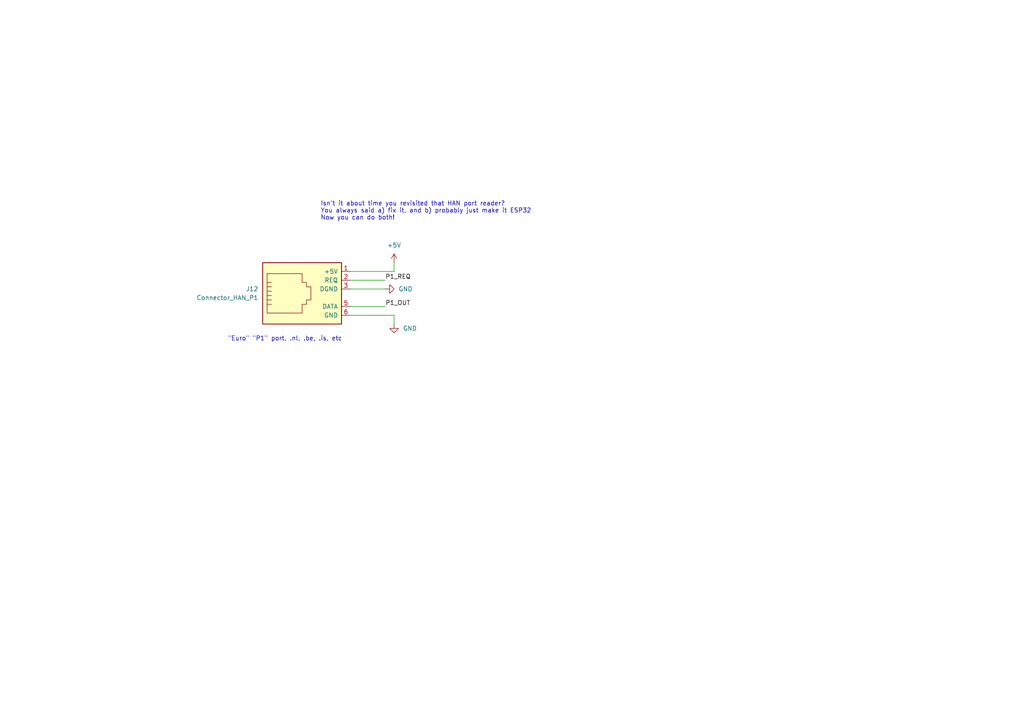
<source format=kicad_sch>
(kicad_sch (version 20250114) (generator "eeschema") (generator_version "9.0")
  (paper "A4")
  (lib_symbols
    (symbol "karl-parts:Connector_HAN_P1" (pin_names (offset 1.016))
      (property "Reference" "J1" (at -8.89 0.0001 0))
      (property "Value" "Connector_HAN_P1" (at -8.89 -2.5399 0))
      (symbol "Connector_HAN_P1_0_1"
        (rectangle (start -7.62 10.16) (end 15.24 -7.62) (stroke (width 0.254)) (fill (type background)))
        (polyline (pts (xy -6.35 3.175) (xy -5.08 3.175) (xy -5.08 3.175)))
        (polyline (pts (xy -6.35 1.905) (xy -5.08 1.905) (xy -5.08 1.905)))
        (polyline (pts (xy -6.35 0.635) (xy -5.08 0.635) (xy -5.08 0.635)))
        (polyline (pts (xy -6.35 -0.635) (xy -5.08 -0.635) (xy -5.08 -0.635)))
        (polyline (pts (xy -6.35 -1.905) (xy -5.08 -1.905) (xy -5.08 -1.905)))
        (polyline (pts (xy -6.35 -4.445) (xy -6.35 6.985) (xy 3.81 6.985) (xy 3.81 4.445) (xy 5.08 4.445) (xy 5.08 3.175) (xy 6.35 3.175) (xy 6.35 -0.635) (xy 5.08 -0.635) (xy 5.08 -1.905) (xy 3.81 -1.905) (xy 3.81 -4.445) (xy -6.35 -4.445) (xy -6.35 -4.445)))
        (polyline (pts (xy -5.08 4.445) (xy -6.35 4.445) (xy -6.35 4.445)))
      )
      (symbol "Connector_HAN_P1_1_1"
        (pin power_out line (at 17.78 7.62 180) (length 2.54) (name "GND") (number "6"))
        (pin output line (at 17.78 5.08 180) (length 2.54) (name "DATA") (number "5"))
        (pin no_connect line (at 17.78 2.54 180) (length 2.54) (hide yes) (name "~") (number "4"))
        (pin passive line (at 17.78 0 180) (length 2.54) (name "DGND") (number "3"))
        (pin input line (at 17.78 -2.54 180) (length 2.54) (name "REQ") (number "2"))
        (pin power_out line (at 17.78 -5.08 180) (length 2.54) (name "+5V") (number "1"))
      )
    )
    (symbol "power:+5V" (power) (pin_names (offset 0))
      (property "Value" "+5V" (at 0 3.556 0))
      (symbol "+5V_0_1"
        (polyline (pts (xy -0.762 1.27) (xy 0 2.54)))
        (polyline (pts (xy 0 2.54) (xy 0.762 1.27)))
        (polyline (pts (xy 0 0) (xy 0 2.54)))
      )
      (symbol "+5V_1_1"
        (pin power_in line (at 0 0 90) (length 0) (hide yes) (name "+5V") (number "1"))
      )
    )
    (symbol "power:GND" (power) (pin_names (offset 0))
      (property "Value" "GND" (at 0 -3.81 0))
      (symbol "GND_0_1"
        (polyline (pts (xy 0 0) (xy 0 -1.27) (xy 1.27 -1.27) (xy 0 -2.54) (xy -1.27 -1.27) (xy 0 -1.27)))
      )
      (symbol "GND_1_1"
        (pin power_in line (at 0 0 270) (length 0) (hide yes) (name "GND") (number "1"))
      )
    )
  )
  (text "Isn't it about time you revisited that HAN port reader?\nYou always said a) fix it, and b) probably just make it ESP32\nNow you can do both!" (at 92.964 61.214 0) (effects (font (size 1.27 1.27)) (justify left)))
  (text "\"Euro\" \"P1\" port, .nl, .be, .is, etc" (at 66.04 99.06 0) (effects (font (size 1.27 1.27)) (justify left bottom)))
  (wire (pts (xy 101.6 83.82) (xy 111.76 83.82)))
  (wire (pts (xy 101.6 81.28) (xy 111.76 81.28)))
  (wire (pts (xy 114.3 93.98) (xy 114.3 91.44)))
  (wire (pts (xy 101.6 91.44) (xy 114.3 91.44)))
  (wire (pts (xy 101.6 78.74) (xy 114.3 78.74)))
  (wire (pts (xy 101.6 88.9) (xy 111.76 88.9)))
  (wire (pts (xy 114.3 78.74) (xy 114.3 76.2)))
  (label "P1_REQ" (at 111.76 81.28 0))
  (label "P1_OUT" (at 111.76 88.9 0))
  (symbol (lib_id "karl-parts:Connector_HAN_P1") (at 83.82 83.82 0) (mirror x) (unit 1)
    (property "Reference" "J12" (at 74.93 83.8199 0) (effects (justify right)))
    (property "Value" "Connector_HAN_P1" (at 74.93 86.3599 0) (effects (justify right)))
    (property "Footprint" "Connector_RJ:RJ25_Wayconn_MJEA-660X1_Horizontal" (effects (hide yes)))
    (property "MPN" "R-RJ11R06P-A801" (effects (hide yes)))
  )
  (symbol (lib_id "power:GND") (at 111.76 83.82 90) (unit 1)
    (property "Reference" "#PWR048" (effects (hide yes)))
    (property "Value" "GND" (at 115.57 83.8199 90) (effects (justify right)))
  )
  (symbol (lib_id "power:+5V") (at 114.3 76.2 0) (unit 1)
    (property "Reference" "#PWR049" (effects (hide yes)))
    (property "Value" "+5V" (at 114.3 71.12 0))
  )
  (symbol (lib_id "power:GND") (at 114.3 93.98 0) (unit 1)
    (property "Reference" "#PWR050" (effects (hide yes)))
    (property "Value" "GND" (at 116.84 95.2499 0) (effects (justify left)))
  )
)
</source>
